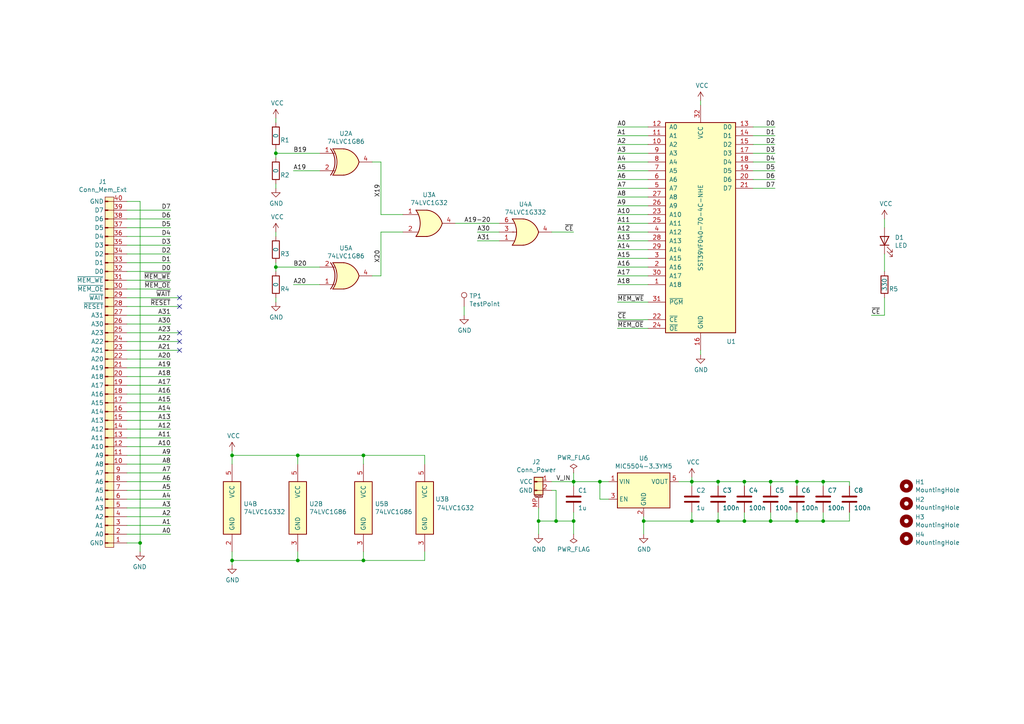
<source format=kicad_sch>
(kicad_sch (version 20211123) (generator eeschema)
  (paper "A4")
  (lib_symbols
    (symbol "Connector:TestPoint" (pin_numbers hide) (pin_names (offset 0.762) hide)
      (property "Reference" "TP" (at 0 6.858 0))
      (property "Value" "TestPoint" (at 0 5.08 0))
      (symbol "TestPoint_0_1"
        (circle (center 0 3.302) (radius 0.762))
      )
      (symbol "TestPoint_1_1"
        (pin passive line (at 0 0 90) (length 2.54) (name "1") (number "1"))
      )
    )
    (symbol "Device:C" (pin_numbers hide) (pin_names (offset 0.254))
      (property "Reference" "C" (at 0.635 2.54 0))
      (property "Value" "C" (at 0.635 -2.54 0))
      (symbol "C_0_1"
        (polyline (pts (xy -2.032 -0.762) (xy 2.032 -0.762)) (stroke (width 0.508)))
        (polyline (pts (xy -2.032 0.762) (xy 2.032 0.762)) (stroke (width 0.508)))
      )
      (symbol "C_1_1"
        (pin passive line (at 0 3.81 270) (length 2.794) (name "~") (number "1"))
        (pin passive line (at 0 -3.81 90) (length 2.794) (name "~") (number "2"))
      )
    )
    (symbol "Device:LED" (pin_numbers hide) (pin_names (offset 1.016) hide)
      (property "Reference" "D" (at 0 2.54 0))
      (property "Value" "LED" (at 0 -2.54 0))
      (symbol "LED_0_1"
        (polyline (pts (xy -1.27 -1.27) (xy -1.27 1.27)) (stroke (width 0.254)))
        (polyline (pts (xy -1.27 0) (xy 1.27 0)))
        (polyline (pts (xy 1.27 -1.27) (xy 1.27 1.27) (xy -1.27 0) (xy 1.27 -1.27)) (stroke (width 0.254)))
        (polyline (pts (xy -3.048 -0.762) (xy -4.572 -2.286) (xy -3.81 -2.286) (xy -4.572 -2.286) (xy -4.572 -1.524)))
        (polyline (pts (xy -1.778 -0.762) (xy -3.302 -2.286) (xy -2.54 -2.286) (xy -3.302 -2.286) (xy -3.302 -1.524)))
      )
      (symbol "LED_1_1"
        (pin passive line (at -3.81 0 0) (length 2.54) (name "K") (number "1"))
        (pin passive line (at 3.81 0 180) (length 2.54) (name "A") (number "2"))
      )
    )
    (symbol "Device:R" (pin_numbers hide) (pin_names (offset 0))
      (property "Reference" "R" (at 2.032 0 90))
      (property "Value" "R" (at 0 0 90))
      (symbol "R_0_1"
        (rectangle (start -1.016 -2.54) (end 1.016 2.54) (stroke (width 0.254)))
      )
      (symbol "R_1_1"
        (pin passive line (at 0 3.81 270) (length 1.27) (name "~") (number "1"))
        (pin passive line (at 0 -3.81 90) (length 1.27) (name "~") (number "2"))
      )
    )
    (symbol "Mechanical:MountingHole" (pin_names (offset 1.016))
      (property "Reference" "H" (at 0 5.08 0))
      (property "Value" "MountingHole" (at 0 3.175 0))
      (symbol "MountingHole_0_1"
        (circle (center 0 0) (radius 1.27) (stroke (width 1.27)))
      )
    )
    (symbol "Regulator_Linear:MIC5504-3.3YM5"
      (property "Reference" "U" (at -7.62 8.89 0))
      (property "Value" "MIC5504-3.3YM5" (at -7.62 6.35 0))
      (symbol "MIC5504-3.3YM5_0_1"
        (rectangle (start -7.62 -5.08) (end 7.62 5.08) (stroke (width 0.254)) (fill (type background)))
      )
      (symbol "MIC5504-3.3YM5_1_1"
        (pin power_in line (at -10.16 2.54 0) (length 2.54) (name "VIN") (number "1"))
        (pin power_in line (at 0 -7.62 90) (length 2.54) (name "GND") (number "2"))
        (pin input line (at -10.16 -2.54 0) (length 2.54) (name "EN") (number "3"))
        (pin no_connect line (at 7.62 -2.54 180) (length 2.54) hide (name "NC") (number "4"))
        (pin power_out line (at 10.16 2.54 180) (length 2.54) (name "VOUT") (number "5"))
      )
    )
    (symbol "power:GND" (power) (pin_names (offset 0))
      (property "Value" "GND" (at 0 -3.81 0))
      (symbol "GND_0_1"
        (polyline (pts (xy 0 0) (xy 0 -1.27) (xy 1.27 -1.27) (xy 0 -2.54) (xy -1.27 -1.27) (xy 0 -1.27)))
      )
      (symbol "GND_1_1"
        (pin power_in line (at 0 0 270) (length 0) hide (name "GND") (number "1"))
      )
    )
    (symbol "power:PWR_FLAG" (power) (pin_numbers hide) (pin_names (offset 0) hide)
      (property "Value" "PWR_FLAG" (at 0 3.81 0))
      (symbol "PWR_FLAG_0_0"
        (pin power_out line (at 0 0 90) (length 0) (name "pwr") (number "1"))
      )
      (symbol "PWR_FLAG_0_1"
        (polyline (pts (xy 0 0) (xy 0 1.27) (xy -1.016 1.905) (xy 0 2.54) (xy 1.016 1.905) (xy 0 1.27)))
      )
    )
    (symbol "power:VCC" (power) (pin_names (offset 0))
      (property "Value" "VCC" (at 0 3.81 0))
      (symbol "VCC_0_1"
        (polyline (pts (xy -0.762 1.27) (xy 0 2.54)))
        (polyline (pts (xy 0 0) (xy 0 2.54)))
        (polyline (pts (xy 0 2.54) (xy 0.762 1.27)))
      )
      (symbol "VCC_1_1"
        (pin power_in line (at 0 0 90) (length 0) hide (name "VCC") (number "1"))
      )
    )
    (symbol "riscv-serial:74LVC1G32" (pin_names (offset 1.016))
      (property "Reference" "U" (at -0.762 -0.762 0))
      (property "Value" "74LVC1G32" (at -0.762 -0.762 0))
      (symbol "74LVC1G32_1_1"
        (arc (start -3.81 -3.81) (mid -2.589 0) (end -3.81 3.81) (stroke (width 0.254)))
        (arc (start -0.6096 -3.81) (mid 2.1855 -2.584) (end 3.81 0) (stroke (width 0.254)) (fill (type background)))
        (polyline (pts (xy -3.81 -3.81) (xy -0.635 -3.81)) (stroke (width 0.254)) (fill (type background)))
        (polyline (pts (xy -3.81 3.81) (xy -0.635 3.81)) (stroke (width 0.254)) (fill (type background)))
        (polyline (pts (xy -0.635 3.81) (xy -3.81 3.81) (xy -3.81 3.81) (xy -3.556 3.4036) (xy -3.0226 2.2606) (xy -2.6924 1.0414) (xy -2.6162 -0.254) (xy -2.7686 -1.4986) (xy -3.175 -2.7178) (xy -3.81 -3.81) (xy -3.81 -3.81) (xy -0.635 -3.81)) (stroke (width -25.4)) (fill (type background)))
        (arc (start 3.81 0) (mid 2.1928 2.5925) (end -0.6096 3.81) (stroke (width 0.254)) (fill (type background)))
        (pin input line (at -7.62 2.54 0) (length 4.318) (name "~") (number "1"))
        (pin input line (at -7.62 -2.54 0) (length 4.318) (name "~") (number "2"))
        (pin output line (at 7.62 0 180) (length 3.81) (name "~") (number "4"))
      )
      (symbol "74LVC1G32_2_0"
        (pin power_in line (at 0 -12.7 90) (length 5.08) (name "GND") (number "3"))
        (pin power_in line (at 0 12.7 270) (length 5.08) (name "VCC") (number "5"))
      )
      (symbol "74LVC1G32_2_1"
        (rectangle (start -2.54 7.62) (end 2.54 -7.62) (stroke (width 0.254)) (fill (type background)))
      )
    )
    (symbol "riscv-serial:74LVC1G332" (pin_names (offset 1.016))
      (property "Reference" "U" (at -0.762 -0.762 0))
      (property "Value" "74LVC1G332" (at -0.762 -0.762 0))
      (symbol "74LVC1G332_1_1"
        (arc (start -3.81 -3.81) (mid -2.589 0) (end -3.81 3.81) (stroke (width 0.254)))
        (arc (start -0.6096 -3.81) (mid 2.1855 -2.584) (end 3.81 0) (stroke (width 0.254)) (fill (type background)))
        (polyline (pts (xy -3.81 -3.81) (xy -0.635 -3.81)) (stroke (width 0.254)) (fill (type background)))
        (polyline (pts (xy -3.81 0) (xy -2.54 0)))
        (polyline (pts (xy -3.81 3.81) (xy -0.635 3.81)) (stroke (width 0.254)) (fill (type background)))
        (polyline (pts (xy -0.635 3.81) (xy -3.81 3.81) (xy -3.81 3.81) (xy -3.556 3.4036) (xy -3.0226 2.2606) (xy -2.6924 1.0414) (xy -2.6162 -0.254) (xy -2.7686 -1.4986) (xy -3.175 -2.7178) (xy -3.81 -3.81) (xy -3.81 -3.81) (xy -0.635 -3.81)) (stroke (width -25.4)) (fill (type background)))
        (arc (start 3.81 0) (mid 2.1928 2.5925) (end -0.6096 3.81) (stroke (width 0.254)) (fill (type background)))
        (pin input line (at -7.62 2.54 0) (length 4.318) (name "~") (number "1"))
        (pin input line (at -7.62 0 0) (length 4.318) (name "~") (number "3"))
        (pin output line (at 7.62 0 180) (length 3.81) (name "~") (number "4"))
        (pin input line (at -7.62 -2.54 0) (length 4.318) (name "~") (number "6"))
      )
      (symbol "74LVC1G332_2_0"
        (pin power_in line (at 0 -12.7 90) (length 5.08) (name "GND") (number "2"))
        (pin power_in line (at 0 12.7 270) (length 5.08) (name "VCC") (number "5"))
      )
      (symbol "74LVC1G332_2_1"
        (rectangle (start -2.54 7.62) (end 2.54 -7.62) (stroke (width 0.254)) (fill (type background)))
      )
    )
    (symbol "riscv-serial:74LVC1G86" (pin_names (offset 1.016))
      (property "Reference" "U" (at -0.762 -0.762 0))
      (property "Value" "74LVC1G86" (at -0.762 -0.762 0))
      (symbol "74LVC1G86_1_0"
        (arc (start -4.445 -3.81) (mid -3.175 0) (end -4.445 3.81) (stroke (width 0.254)))
      )
      (symbol "74LVC1G86_1_1"
        (arc (start -3.81 -3.81) (mid -2.589 0) (end -3.81 3.81) (stroke (width 0.254)))
        (arc (start -0.6096 -3.81) (mid 2.1855 -2.584) (end 3.81 0) (stroke (width 0.254)) (fill (type background)))
        (polyline (pts (xy -3.81 -3.81) (xy -0.635 -3.81)) (stroke (width 0.254)) (fill (type background)))
        (polyline (pts (xy -3.81 3.81) (xy -0.635 3.81)) (stroke (width 0.254)) (fill (type background)))
        (polyline (pts (xy -0.635 3.81) (xy -3.81 3.81) (xy -3.81 3.81) (xy -3.556 3.4036) (xy -3.0226 2.2606) (xy -2.6924 1.0414) (xy -2.6162 -0.254) (xy -2.7686 -1.4986) (xy -3.175 -2.7178) (xy -3.81 -3.81) (xy -3.81 -3.81) (xy -0.635 -3.81)) (stroke (width -25.4)) (fill (type background)))
        (arc (start 3.81 0) (mid 2.1928 2.5925) (end -0.6096 3.81) (stroke (width 0.254)) (fill (type background)))
        (pin input line (at -7.62 2.54 0) (length 4.318) (name "~") (number "1"))
        (pin input line (at -7.62 -2.54 0) (length 4.318) (name "~") (number "2"))
        (pin output line (at 7.62 0 180) (length 3.81) (name "~") (number "4"))
      )
      (symbol "74LVC1G86_2_0"
        (pin power_in line (at 0 -12.7 90) (length 5.08) (name "GND") (number "3"))
        (pin power_in line (at 0 12.7 270) (length 5.08) (name "VCC") (number "5"))
      )
      (symbol "74LVC1G86_2_1"
        (rectangle (start -2.54 7.62) (end 2.54 -7.62) (stroke (width 0.254)) (fill (type background)))
      )
    )
    (symbol "riscv-serial:Conn_Mem_Ext" (pin_names (offset 1.651))
      (property "Reference" "J" (at 0 -53.34 0))
      (property "Value" "Conn_Mem_Ext" (at 0 50.8 0))
      (symbol "Conn_Mem_Ext_0_1"
        (rectangle (start 0 -52.07) (end 2.54 49.53) (fill (type background)))
      )
      (symbol "Conn_Mem_Ext_1_1"
        (polyline (pts (xy 1.27 -50.8) (xy 0.8636 -50.8)) (stroke (width 0.1524)))
        (polyline (pts (xy 1.27 -48.26) (xy 0.8636 -48.26)) (stroke (width 0.1524)))
        (polyline (pts (xy 1.27 -45.72) (xy 0.8636 -45.72)) (stroke (width 0.1524)))
        (polyline (pts (xy 1.27 -43.18) (xy 0.8636 -43.18)) (stroke (width 0.1524)))
        (polyline (pts (xy 1.27 -40.64) (xy 0.8636 -40.64)) (stroke (width 0.1524)))
        (polyline (pts (xy 1.27 -38.1) (xy 0.8636 -38.1)) (stroke (width 0.1524)))
        (polyline (pts (xy 1.27 -35.56) (xy 0.8636 -35.56)) (stroke (width 0.1524)))
        (polyline (pts (xy 1.27 -33.02) (xy 0.8636 -33.02)) (stroke (width 0.1524)))
        (polyline (pts (xy 1.27 -30.48) (xy 0.8636 -30.48)) (stroke (width 0.1524)))
        (polyline (pts (xy 1.27 -27.94) (xy 0.8636 -27.94)) (stroke (width 0.1524)))
        (polyline (pts (xy 1.27 -25.4) (xy 0.8636 -25.4)) (stroke (width 0.1524)))
        (polyline (pts (xy 1.27 -22.86) (xy 0.8636 -22.86)) (stroke (width 0.1524)))
        (polyline (pts (xy 1.27 -20.32) (xy 0.8636 -20.32)) (stroke (width 0.1524)))
        (polyline (pts (xy 1.27 -17.78) (xy 0.8636 -17.78)) (stroke (width 0.1524)))
        (polyline (pts (xy 1.27 -15.24) (xy 0.8636 -15.24)) (stroke (width 0.1524)))
        (polyline (pts (xy 1.27 -12.7) (xy 0.8636 -12.7)) (stroke (width 0.1524)))
        (polyline (pts (xy 1.27 -10.16) (xy 0.8636 -10.16)) (stroke (width 0.1524)))
        (polyline (pts (xy 1.27 -7.62) (xy 0.8636 -7.62)) (stroke (width 0.1524)))
        (polyline (pts (xy 1.27 -5.08) (xy 0.8636 -5.08)) (stroke (width 0.1524)))
        (polyline (pts (xy 1.27 -2.54) (xy 0.8636 -2.54)) (stroke (width 0.1524)))
        (polyline (pts (xy 1.27 0) (xy 0.8636 0)) (stroke (width 0.1524)))
        (polyline (pts (xy 1.27 2.54) (xy 0.8636 2.54)) (stroke (width 0.1524)))
        (polyline (pts (xy 1.27 5.08) (xy 0.8636 5.08)) (stroke (width 0.1524)))
        (polyline (pts (xy 1.27 7.62) (xy 0.8636 7.62)) (stroke (width 0.1524)))
        (polyline (pts (xy 1.27 10.16) (xy 0.8636 10.16)) (stroke (width 0.1524)))
        (polyline (pts (xy 1.27 12.7) (xy 0.8636 12.7)) (stroke (width 0.1524)))
        (polyline (pts (xy 1.27 15.24) (xy 0.8636 15.24)) (stroke (width 0.1524)))
        (polyline (pts (xy 1.27 17.78) (xy 0.8636 17.78)) (stroke (width 0.1524)))
        (polyline (pts (xy 1.27 20.32) (xy 0.8636 20.32)) (stroke (width 0.1524)))
        (polyline (pts (xy 1.27 22.86) (xy 0.8636 22.86)) (stroke (width 0.1524)))
        (polyline (pts (xy 1.27 25.4) (xy 0.8636 25.4)) (stroke (width 0.1524)))
        (polyline (pts (xy 1.27 27.94) (xy 0.8636 27.94)) (stroke (width 0.1524)))
        (polyline (pts (xy 1.27 30.48) (xy 0.8636 30.48)) (stroke (width 0.1524)))
        (polyline (pts (xy 1.27 33.02) (xy 0.8636 33.02)) (stroke (width 0.1524)))
        (polyline (pts (xy 1.27 35.56) (xy 0.8636 35.56)) (stroke (width 0.1524)))
        (polyline (pts (xy 1.27 38.1) (xy 0.8636 38.1)) (stroke (width 0.1524)))
        (polyline (pts (xy 1.27 40.64) (xy 0.8636 40.64)) (stroke (width 0.1524)))
        (polyline (pts (xy 1.27 43.18) (xy 0.8636 43.18)) (stroke (width 0.1524)))
        (polyline (pts (xy 1.27 45.72) (xy 0.8636 45.72)) (stroke (width 0.1524)))
        (polyline (pts (xy 1.27 48.26) (xy 0.8636 48.26)) (stroke (width 0.1524)))
        (rectangle (start 0.8636 -50.927) (end 0 -50.673) (stroke (width 0.1524)) (fill (type outline)))
        (rectangle (start 0.8636 -48.387) (end 0 -48.133) (stroke (width 0.1524)) (fill (type outline)))
        (rectangle (start 0.8636 -45.847) (end 0 -45.593) (stroke (width 0.1524)) (fill (type outline)))
        (rectangle (start 0.8636 -43.307) (end 0 -43.053) (stroke (width 0.1524)) (fill (type outline)))
        (rectangle (start 0.8636 -40.767) (end 0 -40.513) (stroke (width 0.1524)) (fill (type outline)))
        (rectangle (start 0.8636 -38.227) (end 0 -37.973) (stroke (width 0.1524)) (fill (type outline)))
        (rectangle (start 0.8636 -35.687) (end 0 -35.433) (stroke (width 0.1524)) (fill (type outline)))
        (rectangle (start 0.8636 -33.147) (end 0 -32.893) (stroke (width 0.1524)) (fill (type outline)))
        (rectangle (start 0.8636 -30.607) (end 0 -30.353) (stroke (width 0.1524)) (fill (type outline)))
        (rectangle (start 0.8636 -28.067) (end 0 -27.813) (stroke (width 0.1524)) (fill (type outline)))
        (rectangle (start 0.8636 -25.527) (end 0 -25.273) (stroke (width 0.1524)) (fill (type outline)))
        (rectangle (start 0.8636 -22.987) (end 0 -22.733) (stroke (width 0.1524)) (fill (type outline)))
        (rectangle (start 0.8636 -20.447) (end 0 -20.193) (stroke (width 0.1524)) (fill (type outline)))
        (rectangle (start 0.8636 -17.907) (end 0 -17.653) (stroke (width 0.1524)) (fill (type outline)))
        (rectangle (start 0.8636 -15.367) (end 0 -15.113) (stroke (width 0.1524)) (fill (type outline)))
        (rectangle (start 0.8636 -12.827) (end 0 -12.573) (stroke (width 0.1524)) (fill (type outline)))
        (rectangle (start 0.8636 -10.287) (end 0 -10.033) (stroke (width 0.1524)) (fill (type outline)))
        (rectangle (start 0.8636 -7.747) (end 0 -7.493) (stroke (width 0.1524)) (fill (type outline)))
        (rectangle (start 0.8636 -5.207) (end 0 -4.953) (stroke (width 0.1524)) (fill (type outline)))
        (rectangle (start 0.8636 -2.667) (end 0 -2.413) (stroke (width 0.1524)) (fill (type outline)))
        (rectangle (start 0.8636 -0.127) (end 0 0.127) (stroke (width 0.1524)) (fill (type outline)))
        (rectangle (start 0.8636 2.413) (end 0 2.667) (stroke (width 0.1524)) (fill (type outline)))
        (rectangle (start 0.8636 4.953) (end 0 5.207) (stroke (width 0.1524)) (fill (type outline)))
        (rectangle (start 0.8636 7.493) (end 0 7.747) (stroke (width 0.1524)) (fill (type outline)))
        (rectangle (start 0.8636 10.033) (end 0 10.287) (stroke (width 0.1524)) (fill (type outline)))
        (rectangle (start 0.8636 12.573) (end 0 12.827) (stroke (width 0.1524)) (fill (type outline)))
        (rectangle (start 0.8636 15.113) (end 0 15.367) (stroke (width 0.1524)) (fill (type outline)))
        (rectangle (start 0.8636 17.653) (end 0 17.907) (stroke (width 0.1524)) (fill (type outline)))
        (rectangle (start 0.8636 20.193) (end 0 20.447) (stroke (width 0.1524)) (fill (type outline)))
        (rectangle (start 0.8636 22.733) (end 0 22.987) (stroke (width 0.1524)) (fill (type outline)))
        (rectangle (start 0.8636 25.273) (end 0 25.527) (stroke (width 0.1524)) (fill (type outline)))
        (rectangle (start 0.8636 27.813) (end 0 28.067) (stroke (width 0.1524)) (fill (type outline)))
        (rectangle (start 0.8636 30.353) (end 0 30.607) (stroke (width 0.1524)) (fill (type outline)))
        (rectangle (start 0.8636 32.893) (end 0 33.147) (stroke (width 0.1524)) (fill (type outline)))
        (rectangle (start 0.8636 35.433) (end 0 35.687) (stroke (width 0.1524)) (fill (type outline)))
        (rectangle (start 0.8636 37.973) (end 0 38.227) (stroke (width 0.1524)) (fill (type outline)))
        (rectangle (start 0.8636 40.513) (end 0 40.767) (stroke (width 0.1524)) (fill (type outline)))
        (rectangle (start 0.8636 43.053) (end 0 43.307) (stroke (width 0.1524)) (fill (type outline)))
        (rectangle (start 0.8636 45.593) (end 0 45.847) (stroke (width 0.1524)) (fill (type outline)))
        (rectangle (start 0.8636 48.133) (end 0 48.387) (stroke (width 0.1524)) (fill (type outline)))
        (pin passive line (at 6.35 -50.8 180) (length 5.08) (name "GND") (number "1"))
        (pin passive line (at 6.35 -27.94 180) (length 5.08) (name "A8") (number "10"))
        (pin passive line (at 6.35 -25.4 180) (length 5.08) (name "A9") (number "11"))
        (pin passive line (at 6.35 -22.86 180) (length 5.08) (name "A10") (number "12"))
        (pin passive line (at 6.35 -20.32 180) (length 5.08) (name "A11") (number "13"))
        (pin passive line (at 6.35 -17.78 180) (length 5.08) (name "A12") (number "14"))
        (pin passive line (at 6.35 -15.24 180) (length 5.08) (name "A13") (number "15"))
        (pin passive line (at 6.35 -12.7 180) (length 5.08) (name "A14") (number "16"))
        (pin passive line (at 6.35 -10.16 180) (length 5.08) (name "A15") (number "17"))
        (pin passive line (at 6.35 -7.62 180) (length 5.08) (name "A16") (number "18"))
        (pin passive line (at 6.35 -5.08 180) (length 5.08) (name "A17") (number "19"))
        (pin passive line (at 6.35 -48.26 180) (length 5.08) (name "A0") (number "2"))
        (pin passive line (at 6.35 -2.54 180) (length 5.08) (name "A18") (number "20"))
        (pin passive line (at 6.35 0 180) (length 5.08) (name "A19") (number "21"))
        (pin passive line (at 6.35 2.54 180) (length 5.08) (name "A20") (number "22"))
        (pin passive line (at 6.35 5.08 180) (length 5.08) (name "A21") (number "23"))
        (pin passive line (at 6.35 7.62 180) (length 5.08) (name "A22") (number "24"))
        (pin passive line (at 6.35 10.16 180) (length 5.08) (name "A23") (number "25"))
        (pin passive line (at 6.35 12.7 180) (length 5.08) (name "A30") (number "26"))
        (pin passive line (at 6.35 15.24 180) (length 5.08) (name "A31") (number "27"))
        (pin passive line (at 6.35 17.78 180) (length 5.08) (name "~{RESET}") (number "28"))
        (pin passive line (at 6.35 20.32 180) (length 5.08) (name "~{WAIT}") (number "29"))
        (pin passive line (at 6.35 -45.72 180) (length 5.08) (name "A1") (number "3"))
        (pin passive line (at 6.35 22.86 180) (length 5.08) (name "~{MEM_OE}") (number "30"))
        (pin passive line (at 6.35 25.4 180) (length 5.08) (name "~{MEM_WE}") (number "31"))
        (pin passive line (at 6.35 27.94 180) (length 5.08) (name "D0") (number "32"))
        (pin passive line (at 6.35 30.48 180) (length 5.08) (name "D1") (number "33"))
        (pin passive line (at 6.35 33.02 180) (length 5.08) (name "D2") (number "34"))
        (pin passive line (at 6.35 35.56 180) (length 5.08) (name "D3") (number "35"))
        (pin passive line (at 6.35 38.1 180) (length 5.08) (name "D4") (number "36"))
        (pin passive line (at 6.35 40.64 180) (length 5.08) (name "D5") (number "37"))
        (pin passive line (at 6.35 43.18 180) (length 5.08) (name "D6") (number "38"))
        (pin passive line (at 6.35 45.72 180) (length 5.08) (name "D7") (number "39"))
        (pin passive line (at 6.35 -43.18 180) (length 5.08) (name "A2") (number "4"))
        (pin passive line (at 6.35 48.26 180) (length 5.08) (name "GND") (number "40"))
        (pin passive line (at 6.35 -40.64 180) (length 5.08) (name "A3") (number "5"))
        (pin passive line (at 6.35 -38.1 180) (length 5.08) (name "A4") (number "6"))
        (pin passive line (at 6.35 -35.56 180) (length 5.08) (name "A5") (number "7"))
        (pin passive line (at 6.35 -33.02 180) (length 5.08) (name "A6") (number "8"))
        (pin passive line (at 6.35 -30.48 180) (length 5.08) (name "A7") (number "9"))
      )
    )
    (symbol "riscv-serial:Conn_Power" (pin_names (offset 1.651))
      (property "Reference" "J" (at -5.08 -5.08 0))
      (property "Value" "Conn_Power" (at -7.62 0 90))
      (symbol "Conn_Power_1_1"
        (rectangle (start -1.27 2.54) (end 1.27 -2.54) (stroke (width 0.254)) (fill (type background)))
        (rectangle (start -0.4064 -1.143) (end -1.27 -1.397) (stroke (width 0.1524)) (fill (type outline)))
        (rectangle (start -0.4064 1.397) (end -1.27 1.143) (stroke (width 0.1524)) (fill (type outline)))
        (polyline (pts (xy -1.016 -3.302) (xy 1.016 -3.302)) (stroke (width 0.1524)))
        (polyline (pts (xy 0 -1.27) (xy -0.4064 -1.27)) (stroke (width 0.1524)))
        (polyline (pts (xy 0 1.27) (xy -0.4064 1.27)) (stroke (width 0.1524)))
        (text "Mounting" (at 0 -2.921 0) (effects (font (size 0.381 0.381))))
        (pin passive line (at 3.81 1.27 180) (length 3.81) (name "VCC") (number "1"))
        (pin passive line (at 3.81 -1.27 180) (length 3.81) (name "GND") (number "2"))
        (pin passive line (at 0 -6.35 90) (length 3.048) (name "~") (number "MP"))
      )
    )
    (symbol "riscv-serial:SST39SF040" (pin_names (offset 1.016))
      (property "Reference" "U" (at 7.62 -33.02 0))
      (property "Value" "SST39SF040" (at 0 0 90))
      (symbol "SST39SF040_1_0"
        (pin power_in line (at 0 -35.56 90) (length 5.08) (name "GND") (number "16"))
        (pin power_in line (at 0 35.56 270) (length 5.08) (name "VCC") (number "32"))
      )
      (symbol "SST39SF040_1_1"
        (rectangle (start -10.16 30.48) (end 10.16 -30.48) (stroke (width 0.254)) (fill (type background)))
        (pin input line (at -15.24 -16.51 0) (length 5.08) (name "A18") (number "1"))
        (pin input line (at -15.24 24.13 0) (length 5.08) (name "A2") (number "10"))
        (pin input line (at -15.24 26.67 0) (length 5.08) (name "A1") (number "11"))
        (pin input line (at -15.24 29.21 0) (length 5.08) (name "A0") (number "12"))
        (pin tri_state line (at 15.24 29.21 180) (length 5.08) (name "D0") (number "13"))
        (pin tri_state line (at 15.24 26.67 180) (length 5.08) (name "D1") (number "14"))
        (pin tri_state line (at 15.24 24.13 180) (length 5.08) (name "D2") (number "15"))
        (pin tri_state line (at 15.24 21.59 180) (length 5.08) (name "D3") (number "17"))
        (pin tri_state line (at 15.24 19.05 180) (length 5.08) (name "D4") (number "18"))
        (pin tri_state line (at 15.24 16.51 180) (length 5.08) (name "D5") (number "19"))
        (pin input line (at -15.24 -11.43 0) (length 5.08) (name "A16") (number "2"))
        (pin tri_state line (at 15.24 13.97 180) (length 5.08) (name "D6") (number "20"))
        (pin tri_state line (at 15.24 11.43 180) (length 5.08) (name "D7") (number "21"))
        (pin input line (at -15.24 -26.67 0) (length 5.08) (name "~{CE}") (number "22"))
        (pin input line (at -15.24 3.81 0) (length 5.08) (name "A10") (number "23"))
        (pin input line (at -15.24 -29.21 0) (length 5.08) (name "~{OE}") (number "24"))
        (pin input line (at -15.24 1.27 0) (length 5.08) (name "A11") (number "25"))
        (pin input line (at -15.24 6.35 0) (length 5.08) (name "A9") (number "26"))
        (pin input line (at -15.24 8.89 0) (length 5.08) (name "A8") (number "27"))
        (pin input line (at -15.24 -3.81 0) (length 5.08) (name "A13") (number "28"))
        (pin input line (at -15.24 -6.35 0) (length 5.08) (name "A14") (number "29"))
        (pin input line (at -15.24 -8.89 0) (length 5.08) (name "A15") (number "3"))
        (pin input line (at -15.24 -13.97 0) (length 5.08) (name "A17") (number "30"))
        (pin input line (at -15.24 -21.59 0) (length 5.08) (name "~{PGM}") (number "31"))
        (pin input line (at -15.24 -1.27 0) (length 5.08) (name "A12") (number "4"))
        (pin input line (at -15.24 11.43 0) (length 5.08) (name "A7") (number "5"))
        (pin input line (at -15.24 13.97 0) (length 5.08) (name "A6") (number "6"))
        (pin input line (at -15.24 16.51 0) (length 5.08) (name "A5") (number "7"))
        (pin input line (at -15.24 19.05 0) (length 5.08) (name "A4") (number "8"))
        (pin input line (at -15.24 21.59 0) (length 5.08) (name "A3") (number "9"))
      )
    )
  )
  (junction (at 231.14 139.7))
  (junction (at 80.01 77.47))
  (junction (at 223.52 151.13))
  (junction (at 215.9 151.13))
  (junction (at 67.31 162.56))
  (junction (at 40.64 157.48))
  (junction (at 166.37 139.7))
  (junction (at 231.14 151.13))
  (junction (at 223.52 139.7))
  (junction (at 105.41 162.56))
  (junction (at 215.9 139.7))
  (junction (at 161.29 151.13))
  (junction (at 86.36 132.08))
  (junction (at 156.21 151.13))
  (junction (at 105.41 132.08))
  (junction (at 166.37 151.13))
  (junction (at 208.28 139.7))
  (junction (at 173.99 139.7))
  (junction (at 200.66 151.13))
  (junction (at 238.76 151.13))
  (junction (at 80.01 44.45))
  (junction (at 208.28 151.13))
  (junction (at 238.76 139.7))
  (junction (at 200.66 139.7))
  (junction (at 86.36 162.56))
  (junction (at 186.69 151.13))
  (junction (at 67.31 132.08))
  (no_connect (at 52.07 96.52))
  (no_connect (at 52.07 99.06))
  (no_connect (at 52.07 86.36))
  (no_connect (at 52.07 101.6))
  (no_connect (at 52.07 88.9))
  (wire (pts (xy 67.31 132.08) (xy 86.36 132.08)))
  (wire (pts (xy 179.07 64.77) (xy 187.96 64.77)))
  (wire (pts (xy 231.14 151.13) (xy 238.76 151.13)))
  (wire (pts (xy 179.07 62.23) (xy 187.96 62.23)))
  (wire (pts (xy 161.29 142.24) (xy 161.29 151.13)))
  (wire (pts (xy 80.01 44.45) (xy 92.71 44.45)))
  (wire (pts (xy 110.49 46.99) (xy 110.49 62.23)))
  (wire (pts (xy 156.21 151.13) (xy 161.29 151.13)))
  (wire (pts (xy 134.62 88.9) (xy 134.62 91.44)))
  (wire (pts (xy 218.44 46.99) (xy 224.79 46.99)))
  (wire (pts (xy 179.07 82.55) (xy 187.96 82.55)))
  (wire (pts (xy 166.37 148.59) (xy 166.37 151.13)))
  (wire (pts (xy 224.79 44.45) (xy 218.44 44.45)))
  (wire (pts (xy 138.43 69.85) (xy 144.78 69.85)))
  (wire (pts (xy 186.69 151.13) (xy 186.69 154.94)))
  (wire (pts (xy 110.49 62.23) (xy 116.84 62.23)))
  (wire (pts (xy 224.79 49.53) (xy 218.44 49.53)))
  (wire (pts (xy 49.53 81.28) (xy 36.83 81.28)))
  (wire (pts (xy 36.83 93.98) (xy 49.53 93.98)))
  (wire (pts (xy 40.64 58.42) (xy 36.83 58.42)))
  (wire (pts (xy 105.41 132.08) (xy 123.19 132.08)))
  (wire (pts (xy 218.44 41.91) (xy 224.79 41.91)))
  (wire (pts (xy 105.41 162.56) (xy 105.41 160.02)))
  (wire (pts (xy 85.09 49.53) (xy 92.71 49.53)))
  (wire (pts (xy 80.01 77.47) (xy 92.71 77.47)))
  (wire (pts (xy 187.96 95.25) (xy 179.07 95.25)))
  (wire (pts (xy 67.31 160.02) (xy 67.31 162.56)))
  (wire (pts (xy 179.07 72.39) (xy 187.96 72.39)))
  (wire (pts (xy 231.14 139.7) (xy 231.14 140.97)))
  (wire (pts (xy 138.43 67.31) (xy 144.78 67.31)))
  (wire (pts (xy 176.53 139.7) (xy 173.99 139.7)))
  (wire (pts (xy 173.99 139.7) (xy 166.37 139.7)))
  (wire (pts (xy 238.76 151.13) (xy 246.38 151.13)))
  (wire (pts (xy 36.83 63.5) (xy 49.53 63.5)))
  (wire (pts (xy 80.01 77.47) (xy 80.01 76.2)))
  (wire (pts (xy 40.64 157.48) (xy 40.64 160.02)))
  (wire (pts (xy 36.83 101.6) (xy 52.07 101.6)))
  (wire (pts (xy 49.53 111.76) (xy 36.83 111.76)))
  (wire (pts (xy 252.73 91.44) (xy 256.54 91.44)))
  (wire (pts (xy 49.53 109.22) (xy 36.83 109.22)))
  (wire (pts (xy 49.53 60.96) (xy 36.83 60.96)))
  (wire (pts (xy 105.41 162.56) (xy 123.19 162.56)))
  (wire (pts (xy 186.69 149.86) (xy 186.69 151.13)))
  (wire (pts (xy 179.07 44.45) (xy 187.96 44.45)))
  (wire (pts (xy 238.76 139.7) (xy 246.38 139.7)))
  (wire (pts (xy 215.9 140.97) (xy 215.9 139.7)))
  (wire (pts (xy 200.66 139.7) (xy 196.85 139.7)))
  (wire (pts (xy 231.14 139.7) (xy 238.76 139.7)))
  (wire (pts (xy 49.53 121.92) (xy 36.83 121.92)))
  (wire (pts (xy 80.01 86.36) (xy 80.01 87.63)))
  (wire (pts (xy 179.07 69.85) (xy 187.96 69.85)))
  (wire (pts (xy 49.53 129.54) (xy 36.83 129.54)))
  (wire (pts (xy 166.37 151.13) (xy 166.37 154.94)))
  (wire (pts (xy 166.37 137.16) (xy 166.37 139.7)))
  (wire (pts (xy 36.83 96.52) (xy 52.07 96.52)))
  (wire (pts (xy 246.38 151.13) (xy 246.38 148.59)))
  (wire (pts (xy 208.28 140.97) (xy 208.28 139.7)))
  (wire (pts (xy 166.37 139.7) (xy 166.37 140.97)))
  (wire (pts (xy 179.07 59.69) (xy 187.96 59.69)))
  (wire (pts (xy 49.53 152.4) (xy 36.83 152.4)))
  (wire (pts (xy 208.28 139.7) (xy 215.9 139.7)))
  (wire (pts (xy 40.64 157.48) (xy 40.64 58.42)))
  (wire (pts (xy 156.21 147.32) (xy 156.21 151.13)))
  (wire (pts (xy 246.38 139.7) (xy 246.38 140.97)))
  (wire (pts (xy 238.76 148.59) (xy 238.76 151.13)))
  (wire (pts (xy 49.53 144.78) (xy 36.83 144.78)))
  (wire (pts (xy 86.36 132.08) (xy 86.36 134.62)))
  (wire (pts (xy 49.53 124.46) (xy 36.83 124.46)))
  (wire (pts (xy 179.07 77.47) (xy 187.96 77.47)))
  (wire (pts (xy 49.53 106.68) (xy 36.83 106.68)))
  (wire (pts (xy 231.14 151.13) (xy 231.14 148.59)))
  (wire (pts (xy 49.53 119.38) (xy 36.83 119.38)))
  (wire (pts (xy 80.01 78.74) (xy 80.01 77.47)))
  (wire (pts (xy 179.07 80.01) (xy 187.96 80.01)))
  (wire (pts (xy 215.9 148.59) (xy 215.9 151.13)))
  (wire (pts (xy 67.31 162.56) (xy 67.31 163.83)))
  (wire (pts (xy 49.53 83.82) (xy 36.83 83.82)))
  (wire (pts (xy 36.83 86.36) (xy 52.07 86.36)))
  (wire (pts (xy 166.37 151.13) (xy 161.29 151.13)))
  (wire (pts (xy 224.79 39.37) (xy 218.44 39.37)))
  (wire (pts (xy 49.53 139.7) (xy 36.83 139.7)))
  (wire (pts (xy 179.07 54.61) (xy 187.96 54.61)))
  (wire (pts (xy 80.01 45.72) (xy 80.01 44.45)))
  (wire (pts (xy 160.02 67.31) (xy 166.37 67.31)))
  (wire (pts (xy 123.19 162.56) (xy 123.19 160.02)))
  (wire (pts (xy 49.53 149.86) (xy 36.83 149.86)))
  (wire (pts (xy 203.2 29.21) (xy 203.2 30.48)))
  (wire (pts (xy 49.53 134.62) (xy 36.83 134.62)))
  (wire (pts (xy 256.54 73.66) (xy 256.54 78.74)))
  (wire (pts (xy 49.53 116.84) (xy 36.83 116.84)))
  (wire (pts (xy 223.52 140.97) (xy 223.52 139.7)))
  (wire (pts (xy 49.53 66.04) (xy 36.83 66.04)))
  (wire (pts (xy 123.19 132.08) (xy 123.19 134.62)))
  (wire (pts (xy 173.99 144.78) (xy 173.99 139.7)))
  (wire (pts (xy 179.07 87.63) (xy 187.96 87.63)))
  (wire (pts (xy 218.44 52.07) (xy 224.79 52.07)))
  (wire (pts (xy 67.31 130.81) (xy 67.31 132.08)))
  (wire (pts (xy 223.52 148.59) (xy 223.52 151.13)))
  (wire (pts (xy 200.66 151.13) (xy 208.28 151.13)))
  (wire (pts (xy 110.49 67.31) (xy 110.49 80.01)))
  (wire (pts (xy 49.53 137.16) (xy 36.83 137.16)))
  (wire (pts (xy 49.53 142.24) (xy 36.83 142.24)))
  (wire (pts (xy 80.01 44.45) (xy 80.01 43.18)))
  (wire (pts (xy 85.09 82.55) (xy 92.71 82.55)))
  (wire (pts (xy 223.52 151.13) (xy 231.14 151.13)))
  (wire (pts (xy 49.53 132.08) (xy 36.83 132.08)))
  (wire (pts (xy 179.07 67.31) (xy 187.96 67.31)))
  (wire (pts (xy 215.9 139.7) (xy 223.52 139.7)))
  (wire (pts (xy 200.66 139.7) (xy 208.28 139.7)))
  (wire (pts (xy 179.07 41.91) (xy 187.96 41.91)))
  (wire (pts (xy 36.83 73.66) (xy 49.53 73.66)))
  (wire (pts (xy 179.07 46.99) (xy 187.96 46.99)))
  (wire (pts (xy 49.53 71.12) (xy 36.83 71.12)))
  (wire (pts (xy 49.53 147.32) (xy 36.83 147.32)))
  (wire (pts (xy 215.9 151.13) (xy 223.52 151.13)))
  (wire (pts (xy 107.95 46.99) (xy 110.49 46.99)))
  (wire (pts (xy 179.07 39.37) (xy 187.96 39.37)))
  (wire (pts (xy 179.07 52.07) (xy 187.96 52.07)))
  (wire (pts (xy 107.95 80.01) (xy 110.49 80.01)))
  (wire (pts (xy 49.53 127) (xy 36.83 127)))
  (wire (pts (xy 80.01 53.34) (xy 80.01 54.61)))
  (wire (pts (xy 105.41 132.08) (xy 86.36 132.08)))
  (wire (pts (xy 144.78 64.77) (xy 132.08 64.77)))
  (wire (pts (xy 80.01 67.31) (xy 80.01 68.58)))
  (wire (pts (xy 223.52 139.7) (xy 231.14 139.7)))
  (wire (pts (xy 218.44 36.83) (xy 224.79 36.83)))
  (wire (pts (xy 208.28 148.59) (xy 208.28 151.13)))
  (wire (pts (xy 160.02 142.24) (xy 161.29 142.24)))
  (wire (pts (xy 176.53 144.78) (xy 173.99 144.78)))
  (wire (pts (xy 36.83 99.06) (xy 52.07 99.06)))
  (wire (pts (xy 105.41 134.62) (xy 105.41 132.08)))
  (wire (pts (xy 200.66 148.59) (xy 200.66 151.13)))
  (wire (pts (xy 256.54 63.5) (xy 256.54 66.04)))
  (wire (pts (xy 200.66 151.13) (xy 186.69 151.13)))
  (wire (pts (xy 49.53 154.94) (xy 36.83 154.94)))
  (wire (pts (xy 179.07 36.83) (xy 187.96 36.83)))
  (wire (pts (xy 49.53 91.44) (xy 36.83 91.44)))
  (wire (pts (xy 156.21 154.94) (xy 156.21 151.13)))
  (wire (pts (xy 179.07 92.71) (xy 187.96 92.71)))
  (wire (pts (xy 49.53 114.3) (xy 36.83 114.3)))
  (wire (pts (xy 166.37 139.7) (xy 160.02 139.7)))
  (wire (pts (xy 203.2 101.6) (xy 203.2 102.87)))
  (wire (pts (xy 200.66 139.7) (xy 200.66 140.97)))
  (wire (pts (xy 179.07 74.93) (xy 187.96 74.93)))
  (wire (pts (xy 224.79 54.61) (xy 218.44 54.61)))
  (wire (pts (xy 80.01 34.29) (xy 80.01 35.56)))
  (wire (pts (xy 179.07 49.53) (xy 187.96 49.53)))
  (wire (pts (xy 200.66 138.43) (xy 200.66 139.7)))
  (wire (pts (xy 36.83 78.74) (xy 49.53 78.74)))
  (wire (pts (xy 238.76 140.97) (xy 238.76 139.7)))
  (wire (pts (xy 67.31 162.56) (xy 86.36 162.56)))
  (wire (pts (xy 208.28 151.13) (xy 215.9 151.13)))
  (wire (pts (xy 36.83 157.48) (xy 40.64 157.48)))
  (wire (pts (xy 49.53 76.2) (xy 36.83 76.2)))
  (wire (pts (xy 256.54 91.44) (xy 256.54 86.36)))
  (wire (pts (xy 36.83 88.9) (xy 52.07 88.9)))
  (wire (pts (xy 179.07 57.15) (xy 187.96 57.15)))
  (wire (pts (xy 86.36 162.56) (xy 105.41 162.56)))
  (wire (pts (xy 67.31 134.62) (xy 67.31 132.08)))
  (wire (pts (xy 86.36 162.56) (xy 86.36 160.02)))
  (wire (pts (xy 49.53 104.14) (xy 36.83 104.14)))
  (wire (pts (xy 116.84 67.31) (xy 110.49 67.31)))
  (wire (pts (xy 36.83 68.58) (xy 49.53 68.58)))
  (label "D2" (at 224.79 41.91 180))
  (label "D1" (at 49.53 76.2 180))
  (label "~{RESET}" (at 49.53 88.9 180))
  (label "D1" (at 224.79 39.37 180))
  (label "A21" (at 49.53 101.6 180))
  (label "A19-20" (at 134.62 64.77 0))
  (label "A22" (at 49.53 99.06 180))
  (label "D7" (at 224.79 54.61 180))
  (label "V_IN" (at 161.29 139.7 0))
  (label "A3" (at 49.53 147.32 180))
  (label "~{MEM_WE}" (at 49.53 81.28 180))
  (label "A0" (at 179.07 36.83 0))
  (label "A13" (at 49.53 121.92 180))
  (label "A31" (at 138.43 69.85 0))
  (label "~{MEM_OE}" (at 179.07 95.25 0))
  (label "A0" (at 49.53 154.94 180))
  (label "D5" (at 49.53 66.04 180))
  (label "A2" (at 179.07 41.91 0))
  (label "A12" (at 49.53 124.46 180))
  (label "A30" (at 49.53 93.98 180))
  (label "~{WAIT}" (at 49.53 86.36 180))
  (label "A15" (at 49.53 116.84 180))
  (label "A6" (at 179.07 52.07 0))
  (label "A5" (at 179.07 49.53 0))
  (label "D0" (at 224.79 36.83 180))
  (label "D4" (at 49.53 68.58 180))
  (label "A9" (at 49.53 132.08 180))
  (label "A20" (at 85.09 82.55 0))
  (label "A2" (at 49.53 149.86 180))
  (label "A19" (at 49.53 106.68 180))
  (label "A9" (at 179.07 59.69 0))
  (label "D5" (at 224.79 49.53 180))
  (label "A23" (at 49.53 96.52 180))
  (label "D4" (at 224.79 46.99 180))
  (label "A14" (at 179.07 72.39 0))
  (label "D2" (at 49.53 73.66 180))
  (label "A5" (at 49.53 142.24 180))
  (label "A15" (at 179.07 74.93 0))
  (label "A18" (at 179.07 82.55 0))
  (label "A7" (at 179.07 54.61 0))
  (label "A18" (at 49.53 109.22 180))
  (label "A8" (at 179.07 57.15 0))
  (label "A13" (at 179.07 69.85 0))
  (label "D3" (at 49.53 71.12 180))
  (label "A12" (at 179.07 67.31 0))
  (label "A11" (at 179.07 64.77 0))
  (label "~{CE}" (at 179.07 92.71 0))
  (label "A19" (at 85.09 49.53 0))
  (label "A6" (at 49.53 139.7 180))
  (label "~{CE}" (at 166.37 67.31 180))
  (label "~{MEM_WE}" (at 179.07 87.63 0))
  (label "A17" (at 179.07 80.01 0))
  (label "A4" (at 49.53 144.78 180))
  (label "A3" (at 179.07 44.45 0))
  (label "B20" (at 85.09 77.47 0))
  (label "A1" (at 179.07 39.37 0))
  (label "A16" (at 179.07 77.47 0))
  (label "X20" (at 110.49 72.39 270))
  (label "A10" (at 49.53 129.54 180))
  (label "A30" (at 138.43 67.31 0))
  (label "A7" (at 49.53 137.16 180))
  (label "~{CE}" (at 252.73 91.44 0))
  (label "X19" (at 110.49 53.34 270))
  (label "D6" (at 49.53 63.5 180))
  (label "A1" (at 49.53 152.4 180))
  (label "A4" (at 179.07 46.99 0))
  (label "A31" (at 49.53 91.44 180))
  (label "A20" (at 49.53 104.14 180))
  (label "D6" (at 224.79 52.07 180))
  (label "A10" (at 179.07 62.23 0))
  (label "A11" (at 49.53 127 180))
  (label "A16" (at 49.53 114.3 180))
  (label "~{MEM_OE}" (at 49.53 83.82 180))
  (label "A8" (at 49.53 134.62 180))
  (label "A14" (at 49.53 119.38 180))
  (label "D7" (at 49.53 60.96 180))
  (label "D3" (at 224.79 44.45 180))
  (label "A17" (at 49.53 111.76 180))
  (label "B19" (at 85.09 44.45 0))
  (label "D0" (at 49.53 78.74 180))
  (symbol (lib_id "power:VCC") (at 203.2 29.21 0) (unit 1)
    (property "Reference" "#PWR0111" (effects hide))
    (property "Value" "VCC" (at 203.6318 24.8158 0))
  )
  (symbol (lib_id "power:GND") (at 203.2 102.87 0) (unit 1)
    (property "Reference" "#PWR0110" (effects hide))
    (property "Value" "GND" (at 203.327 107.2642 0))
  )
  (symbol (lib_id "power:GND") (at 40.64 160.02 0) (mirror y) (unit 1)
    (property "Reference" "#PWR0105" (effects hide))
    (property "Value" "GND" (at 40.513 164.4142 0))
  )
  (symbol (lib_id "Mechanical:MountingHole") (at 262.89 140.97 0) (unit 1)
    (property "Reference" "H1" (at 265.43 139.8016 0) (effects (justify left)))
    (property "Value" "MountingHole" (at 265.43 142.113 0) (effects (justify left)))
    (property "Footprint" "MountingHole:MountingHole_3.2mm_M3" (effects hide))
  )
  (symbol (lib_id "Mechanical:MountingHole") (at 262.89 146.05 0) (unit 1)
    (property "Reference" "H2" (at 265.43 144.8816 0) (effects (justify left)))
    (property "Value" "MountingHole" (at 265.43 147.193 0) (effects (justify left)))
    (property "Footprint" "MountingHole:MountingHole_3.2mm_M3" (effects hide))
  )
  (symbol (lib_id "Mechanical:MountingHole") (at 262.89 151.13 0) (unit 1)
    (property "Reference" "H3" (at 265.43 149.9616 0) (effects (justify left)))
    (property "Value" "MountingHole" (at 265.43 152.273 0) (effects (justify left)))
    (property "Footprint" "MountingHole:MountingHole_3.2mm_M3" (effects hide))
  )
  (symbol (lib_id "Mechanical:MountingHole") (at 262.89 156.21 0) (unit 1)
    (property "Reference" "H4" (at 265.43 155.0416 0) (effects (justify left)))
    (property "Value" "MountingHole" (at 265.43 157.353 0) (effects (justify left)))
    (property "Footprint" "MountingHole:MountingHole_3.2mm_M3" (effects hide))
  )
  (symbol (lib_id "riscv-serial:SST39SF040") (at 203.2 66.04 0) (unit 1)
    (property "Reference" "U1" (at 212.09 99.06 0))
    (property "Value" "SST39VF040-70-4C-NHE" (at 203.2 66.04 90))
    (property "Footprint" "riscv-serial:PLCC-32-socket-2M-8432-11B1-RK-TP" (effects hide))
  )
  (symbol (lib_id "riscv-serial:Conn_Mem_Ext") (at 30.48 106.68 0) (unit 1)
    (property "Reference" "J1" (at 29.7942 52.705 0))
    (property "Value" "Conn_Mem_Ext" (at 29.7942 55.0164 0))
    (property "Footprint" "Connector_IDC:IDC-Header_2x20_P2.54mm_Vertical" (effects hide))
  )
  (symbol (lib_id "riscv-serial:74LVC1G332") (at 152.4 67.31 0) (mirror x) (unit 1)
    (property "Reference" "U4" (at 152.4 59.2582 0))
    (property "Value" "74LVC1G332" (at 152.4 61.5696 0))
    (property "Footprint" "Package_TO_SOT_SMD:SOT-23-6_Handsoldering" (effects hide))
  )
  (symbol (lib_id "Device:R") (at 80.01 39.37 0) (unit 1)
    (property "Reference" "R1" (at 81.28 40.64 0) (effects (justify left)))
    (property "Value" "0" (at 80.01 39.37 90))
    (property "Footprint" "Resistor_SMD:R_0805_2012Metric_Pad1.15x1.40mm_HandSolder" (effects hide))
  )
  (symbol (lib_id "Device:R") (at 80.01 49.53 0) (unit 1)
    (property "Reference" "R2" (at 81.28 50.8 0) (effects (justify left)))
    (property "Value" "0" (at 80.01 49.53 90))
    (property "Footprint" "Resistor_SMD:R_0805_2012Metric_Pad1.15x1.40mm_HandSolder" (effects hide))
  )
  (symbol (lib_id "power:GND") (at 80.01 54.61 0) (unit 1)
    (property "Reference" "#PWR0101" (effects hide))
    (property "Value" "GND" (at 80.137 59.0042 0))
  )
  (symbol (lib_id "power:VCC") (at 80.01 34.29 0) (unit 1)
    (property "Reference" "#PWR0104" (effects hide))
    (property "Value" "VCC" (at 80.4418 29.8958 0))
  )
  (symbol (lib_id "Device:R") (at 80.01 72.39 0) (unit 1)
    (property "Reference" "R3" (at 81.28 73.66 0) (effects (justify left)))
    (property "Value" "0" (at 80.01 72.39 90))
    (property "Footprint" "Resistor_SMD:R_0805_2012Metric_Pad1.15x1.40mm_HandSolder" (effects hide))
  )
  (symbol (lib_id "Device:R") (at 80.01 82.55 0) (unit 1)
    (property "Reference" "R4" (at 81.28 83.82 0) (effects (justify left)))
    (property "Value" "0" (at 80.01 82.55 90))
    (property "Footprint" "Resistor_SMD:R_0805_2012Metric_Pad1.15x1.40mm_HandSolder" (effects hide))
  )
  (symbol (lib_id "power:GND") (at 80.01 87.63 0) (unit 1)
    (property "Reference" "#PWR0103" (effects hide))
    (property "Value" "GND" (at 80.137 92.0242 0))
  )
  (symbol (lib_id "power:VCC") (at 80.01 67.31 0) (unit 1)
    (property "Reference" "#PWR0102" (effects hide))
    (property "Value" "VCC" (at 80.4418 62.9158 0))
  )
  (symbol (lib_id "riscv-serial:74LVC1G32") (at 124.46 64.77 0) (unit 1)
    (property "Reference" "U3" (at 124.46 56.515 0))
    (property "Value" "74LVC1G32" (at 124.46 58.8264 0))
    (property "Footprint" "Package_TO_SOT_SMD:SOT-23-5_HandSoldering" (effects hide))
  )
  (symbol (lib_id "riscv-serial:74LVC1G86") (at 100.33 80.01 0) (mirror x) (unit 1)
    (property "Reference" "U5" (at 100.33 71.9582 0))
    (property "Value" "74LVC1G86" (at 100.33 74.2696 0))
    (property "Footprint" "Package_TO_SOT_SMD:SOT-23-5_HandSoldering" (effects hide))
  )
  (symbol (lib_id "riscv-serial:74LVC1G86") (at 100.33 46.99 0) (unit 1)
    (property "Reference" "U2" (at 100.33 38.735 0))
    (property "Value" "74LVC1G86" (at 100.33 41.0464 0))
    (property "Footprint" "Package_TO_SOT_SMD:SOT-23-5_HandSoldering" (effects hide))
  )
  (symbol (lib_id "riscv-serial:Conn_Power") (at 156.21 140.97 0) (unit 1)
    (property "Reference" "J2" (at 155.5242 133.985 0))
    (property "Value" "Conn_Power" (at 155.5242 136.2964 0))
    (property "Footprint" "Connector_JST:JST_PH_S2B-PH-SM4-TB_1x02-1MP_P2.00mm_Horizontal" (effects hide))
  )
  (symbol (lib_id "power:VCC") (at 200.66 138.43 0) (unit 1)
    (property "Reference" "#PWR0112" (effects hide))
    (property "Value" "VCC" (at 201.0918 134.0358 0))
  )
  (symbol (lib_id "power:GND") (at 156.21 154.94 0) (unit 1)
    (property "Reference" "#PWR0114" (effects hide))
    (property "Value" "GND" (at 156.337 159.3342 0))
  )
  (symbol (lib_id "Regulator_Linear:MIC5504-3.3YM5") (at 186.69 142.24 0) (unit 1)
    (property "Reference" "U6" (at 186.69 132.9182 0))
    (property "Value" "MIC5504-3.3YM5" (at 186.69 135.2296 0))
    (property "Footprint" "Package_TO_SOT_SMD:SOT-23-5_HandSoldering" (effects hide))
    (property "Datasheet" "http://ww1.microchip.com/downloads/en/DeviceDoc/MIC550X.pdf" (effects hide))
  )
  (symbol (lib_id "power:GND") (at 186.69 154.94 0) (unit 1)
    (property "Reference" "#PWR0113" (effects hide))
    (property "Value" "GND" (at 186.817 159.3342 0))
  )
  (symbol (lib_id "Device:C") (at 166.37 144.78 0) (mirror x) (unit 1)
    (property "Reference" "C1" (at 167.64 142.24 0) (effects (justify left)))
    (property "Value" "1u" (at 167.64 147.32 0) (effects (justify left)))
    (property "Footprint" "Capacitor_SMD:C_0805_2012Metric_Pad1.15x1.40mm_HandSolder" (effects hide))
  )
  (symbol (lib_id "Device:C") (at 200.66 144.78 0) (mirror x) (unit 1)
    (property "Reference" "C2" (at 201.93 142.24 0) (effects (justify left)))
    (property "Value" "1u" (at 201.93 147.32 0) (effects (justify left)))
    (property "Footprint" "Capacitor_SMD:C_0805_2012Metric_Pad1.15x1.40mm_HandSolder" (effects hide))
  )
  (symbol (lib_id "Device:C") (at 208.28 144.78 0) (mirror x) (unit 1)
    (property "Reference" "C3" (at 209.55 142.24 0) (effects (justify left)))
    (property "Value" "100n" (at 209.55 147.32 0) (effects (justify left)))
    (property "Footprint" "Capacitor_SMD:C_0805_2012Metric_Pad1.15x1.40mm_HandSolder" (effects hide))
  )
  (symbol (lib_id "Device:C") (at 215.9 144.78 0) (mirror x) (unit 1)
    (property "Reference" "C4" (at 217.17 142.24 0) (effects (justify left)))
    (property "Value" "100n" (at 217.17 147.32 0) (effects (justify left)))
    (property "Footprint" "Capacitor_SMD:C_0805_2012Metric_Pad1.15x1.40mm_HandSolder" (effects hide))
  )
  (symbol (lib_id "Device:C") (at 223.52 144.78 0) (mirror x) (unit 1)
    (property "Reference" "C5" (at 224.79 142.24 0) (effects (justify left)))
    (property "Value" "100n" (at 224.79 147.32 0) (effects (justify left)))
    (property "Footprint" "Capacitor_SMD:C_0805_2012Metric_Pad1.15x1.40mm_HandSolder" (effects hide))
  )
  (symbol (lib_id "Device:C") (at 231.14 144.78 0) (mirror x) (unit 1)
    (property "Reference" "C6" (at 232.41 142.24 0) (effects (justify left)))
    (property "Value" "100n" (at 232.41 147.32 0) (effects (justify left)))
    (property "Footprint" "Capacitor_SMD:C_0805_2012Metric_Pad1.15x1.40mm_HandSolder" (effects hide))
  )
  (symbol (lib_id "power:GND") (at 67.31 163.83 0) (unit 1)
    (property "Reference" "#PWR0107" (effects hide))
    (property "Value" "GND" (at 67.437 168.2242 0))
  )
  (symbol (lib_id "power:VCC") (at 67.31 130.81 0) (unit 1)
    (property "Reference" "#PWR0106" (effects hide))
    (property "Value" "VCC" (at 67.7418 126.4158 0))
  )
  (symbol (lib_id "Device:C") (at 238.76 144.78 0) (mirror x) (unit 1)
    (property "Reference" "C7" (at 240.03 142.24 0) (effects (justify left)))
    (property "Value" "100n" (at 240.03 147.32 0) (effects (justify left)))
    (property "Footprint" "Capacitor_SMD:C_0805_2012Metric_Pad1.15x1.40mm_HandSolder" (effects hide))
  )
  (symbol (lib_id "Device:C") (at 246.38 144.78 0) (mirror x) (unit 1)
    (property "Reference" "C8" (at 247.65 142.24 0) (effects (justify left)))
    (property "Value" "100n" (at 247.65 147.32 0) (effects (justify left)))
    (property "Footprint" "Capacitor_SMD:C_0805_2012Metric_Pad1.15x1.40mm_HandSolder" (effects hide))
  )
  (symbol (lib_id "power:PWR_FLAG") (at 166.37 154.94 180) (unit 1)
    (property "Reference" "#FLG0102" (effects hide))
    (property "Value" "PWR_FLAG" (at 166.37 159.3342 0))
  )
  (symbol (lib_id "power:PWR_FLAG") (at 166.37 137.16 0) (unit 1)
    (property "Reference" "#FLG0101" (effects hide))
    (property "Value" "PWR_FLAG" (at 166.37 132.7404 0))
  )
  (symbol (lib_id "riscv-serial:74LVC1G86") (at 86.36 147.32 0) (unit 2)
    (property "Reference" "U2" (at 89.662 146.1516 0) (effects (justify left)))
    (property "Value" "74LVC1G86" (at 89.662 148.463 0) (effects (justify left)))
    (property "Footprint" "Package_TO_SOT_SMD:SOT-23-5_HandSoldering" (effects hide))
  )
  (symbol (lib_id "riscv-serial:74LVC1G86") (at 105.41 147.32 0) (unit 2)
    (property "Reference" "U5" (at 108.712 146.1516 0) (effects (justify left)))
    (property "Value" "74LVC1G86" (at 108.712 148.463 0) (effects (justify left)))
    (property "Footprint" "Package_TO_SOT_SMD:SOT-23-5_HandSoldering" (effects hide))
  )
  (symbol (lib_id "riscv-serial:74LVC1G32") (at 123.19 147.32 0) (unit 2)
    (property "Reference" "U3" (at 128.27 144.78 0))
    (property "Value" "74LVC1G32" (at 132.08 147.32 0))
    (property "Footprint" "Package_TO_SOT_SMD:SOT-23-5_HandSoldering" (effects hide))
  )
  (symbol (lib_id "riscv-serial:74LVC1G332") (at 67.31 147.32 0) (unit 2)
    (property "Reference" "U4" (at 70.612 146.1516 0) (effects (justify left)))
    (property "Value" "74LVC1G332" (at 70.612 148.463 0) (effects (justify left)))
    (property "Footprint" "Package_TO_SOT_SMD:SOT-23-6_Handsoldering" (effects hide))
  )
  (symbol (lib_id "Device:R") (at 256.54 82.55 0) (unit 1)
    (property "Reference" "R5" (at 257.81 83.82 0) (effects (justify left)))
    (property "Value" "330" (at 256.54 82.55 90))
    (property "Footprint" "Resistor_SMD:R_0805_2012Metric_Pad1.15x1.40mm_HandSolder" (effects hide))
  )
  (symbol (lib_id "Device:LED") (at 256.54 69.85 90) (unit 1)
    (property "Reference" "D1" (at 259.5118 68.8848 90) (effects (justify right)))
    (property "Value" "LED" (at 259.5118 71.1962 90) (effects (justify right)))
    (property "Footprint" "LED_SMD:LED_0805_2012Metric_Pad1.15x1.40mm_HandSolder" (effects hide))
  )
  (symbol (lib_id "power:VCC") (at 256.54 63.5 0) (unit 1)
    (property "Reference" "#PWR0109" (effects hide))
    (property "Value" "VCC" (at 256.9718 59.1058 0))
  )
  (symbol (lib_id "Connector:TestPoint") (at 134.62 88.9 0) (unit 1)
    (property "Reference" "TP1" (at 136.0932 85.852 0) (effects (justify left)))
    (property "Value" "TestPoint" (at 136.0932 88.1634 0) (effects (justify left)))
    (property "Footprint" "TestPoint:TestPoint_THTPad_D2.0mm_Drill1.0mm" (effects hide))
  )
  (symbol (lib_id "power:GND") (at 134.62 91.44 0) (unit 1)
    (property "Reference" "#PWR0108" (effects hide))
    (property "Value" "GND" (at 134.747 95.8342 0))
  )
)
</source>
